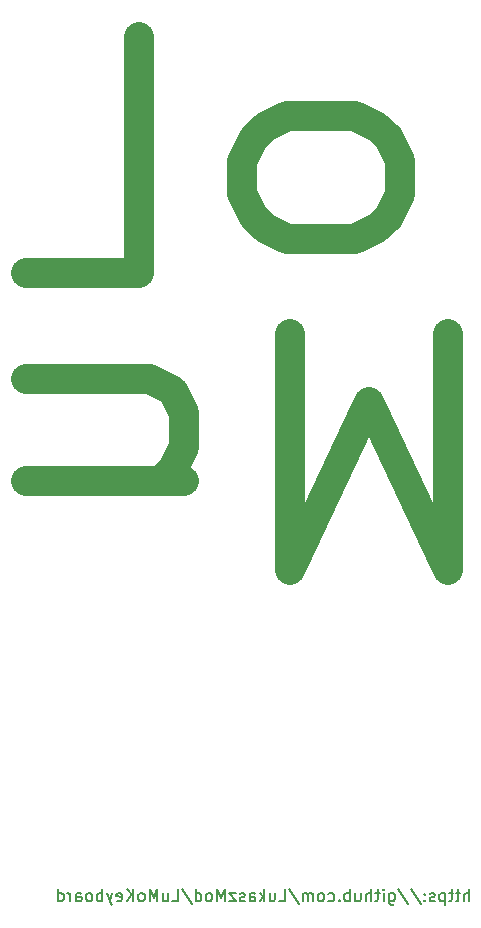
<source format=gbr>
%TF.GenerationSoftware,KiCad,Pcbnew,9.0.2+dfsg-1*%
%TF.CreationDate,2025-11-16T22:45:13+01:00*%
%TF.ProjectId,LuMo_bottom,4c754d6f-5f62-46f7-9474-6f6d2e6b6963,rev?*%
%TF.SameCoordinates,Original*%
%TF.FileFunction,Legend,Bot*%
%TF.FilePolarity,Positive*%
%FSLAX46Y46*%
G04 Gerber Fmt 4.6, Leading zero omitted, Abs format (unit mm)*
G04 Created by KiCad (PCBNEW 9.0.2+dfsg-1) date 2025-11-16 22:45:13*
%MOMM*%
%LPD*%
G01*
G04 APERTURE LIST*
%ADD10C,2.500000*%
%ADD11C,0.150000*%
G04 APERTURE END LIST*
D10*
X94289047Y-104978069D02*
X107622380Y-104978069D01*
X94289047Y-96406640D02*
X104765238Y-96406640D01*
X104765238Y-96406640D02*
X106670000Y-97359021D01*
X106670000Y-97359021D02*
X107622380Y-99263783D01*
X107622380Y-99263783D02*
X107622380Y-102120926D01*
X107622380Y-102120926D02*
X106670000Y-104025688D01*
X106670000Y-104025688D02*
X105717619Y-104978069D01*
X112577619Y-80736216D02*
X113530000Y-82640978D01*
X113530000Y-82640978D02*
X114482380Y-83593359D01*
X114482380Y-83593359D02*
X116387142Y-84545740D01*
X116387142Y-84545740D02*
X122101428Y-84545740D01*
X122101428Y-84545740D02*
X124006190Y-83593359D01*
X124006190Y-83593359D02*
X124958571Y-82640978D01*
X124958571Y-82640978D02*
X125910952Y-80736216D01*
X125910952Y-80736216D02*
X125910952Y-77879073D01*
X125910952Y-77879073D02*
X124958571Y-75974311D01*
X124958571Y-75974311D02*
X124006190Y-75021930D01*
X124006190Y-75021930D02*
X122101428Y-74069549D01*
X122101428Y-74069549D02*
X116387142Y-74069549D01*
X116387142Y-74069549D02*
X114482380Y-75021930D01*
X114482380Y-75021930D02*
X113530000Y-75974311D01*
X113530000Y-75974311D02*
X112577619Y-77879073D01*
X112577619Y-77879073D02*
X112577619Y-80736216D01*
X94269549Y-87422380D02*
X103793359Y-87422380D01*
X103793359Y-87422380D02*
X103793359Y-67422380D01*
D11*
X131763220Y-140569819D02*
X131763220Y-139569819D01*
X131334649Y-140569819D02*
X131334649Y-140046009D01*
X131334649Y-140046009D02*
X131382268Y-139950771D01*
X131382268Y-139950771D02*
X131477506Y-139903152D01*
X131477506Y-139903152D02*
X131620363Y-139903152D01*
X131620363Y-139903152D02*
X131715601Y-139950771D01*
X131715601Y-139950771D02*
X131763220Y-139998390D01*
X131001315Y-139903152D02*
X130620363Y-139903152D01*
X130858458Y-139569819D02*
X130858458Y-140426961D01*
X130858458Y-140426961D02*
X130810839Y-140522200D01*
X130810839Y-140522200D02*
X130715601Y-140569819D01*
X130715601Y-140569819D02*
X130620363Y-140569819D01*
X130429886Y-139903152D02*
X130048934Y-139903152D01*
X130287029Y-139569819D02*
X130287029Y-140426961D01*
X130287029Y-140426961D02*
X130239410Y-140522200D01*
X130239410Y-140522200D02*
X130144172Y-140569819D01*
X130144172Y-140569819D02*
X130048934Y-140569819D01*
X129715600Y-139903152D02*
X129715600Y-140903152D01*
X129715600Y-139950771D02*
X129620362Y-139903152D01*
X129620362Y-139903152D02*
X129429886Y-139903152D01*
X129429886Y-139903152D02*
X129334648Y-139950771D01*
X129334648Y-139950771D02*
X129287029Y-139998390D01*
X129287029Y-139998390D02*
X129239410Y-140093628D01*
X129239410Y-140093628D02*
X129239410Y-140379342D01*
X129239410Y-140379342D02*
X129287029Y-140474580D01*
X129287029Y-140474580D02*
X129334648Y-140522200D01*
X129334648Y-140522200D02*
X129429886Y-140569819D01*
X129429886Y-140569819D02*
X129620362Y-140569819D01*
X129620362Y-140569819D02*
X129715600Y-140522200D01*
X128858457Y-140522200D02*
X128763219Y-140569819D01*
X128763219Y-140569819D02*
X128572743Y-140569819D01*
X128572743Y-140569819D02*
X128477505Y-140522200D01*
X128477505Y-140522200D02*
X128429886Y-140426961D01*
X128429886Y-140426961D02*
X128429886Y-140379342D01*
X128429886Y-140379342D02*
X128477505Y-140284104D01*
X128477505Y-140284104D02*
X128572743Y-140236485D01*
X128572743Y-140236485D02*
X128715600Y-140236485D01*
X128715600Y-140236485D02*
X128810838Y-140188866D01*
X128810838Y-140188866D02*
X128858457Y-140093628D01*
X128858457Y-140093628D02*
X128858457Y-140046009D01*
X128858457Y-140046009D02*
X128810838Y-139950771D01*
X128810838Y-139950771D02*
X128715600Y-139903152D01*
X128715600Y-139903152D02*
X128572743Y-139903152D01*
X128572743Y-139903152D02*
X128477505Y-139950771D01*
X128001314Y-140474580D02*
X127953695Y-140522200D01*
X127953695Y-140522200D02*
X128001314Y-140569819D01*
X128001314Y-140569819D02*
X128048933Y-140522200D01*
X128048933Y-140522200D02*
X128001314Y-140474580D01*
X128001314Y-140474580D02*
X128001314Y-140569819D01*
X128001314Y-139950771D02*
X127953695Y-139998390D01*
X127953695Y-139998390D02*
X128001314Y-140046009D01*
X128001314Y-140046009D02*
X128048933Y-139998390D01*
X128048933Y-139998390D02*
X128001314Y-139950771D01*
X128001314Y-139950771D02*
X128001314Y-140046009D01*
X126810839Y-139522200D02*
X127667981Y-140807914D01*
X125763220Y-139522200D02*
X126620362Y-140807914D01*
X125001315Y-139903152D02*
X125001315Y-140712676D01*
X125001315Y-140712676D02*
X125048934Y-140807914D01*
X125048934Y-140807914D02*
X125096553Y-140855533D01*
X125096553Y-140855533D02*
X125191791Y-140903152D01*
X125191791Y-140903152D02*
X125334648Y-140903152D01*
X125334648Y-140903152D02*
X125429886Y-140855533D01*
X125001315Y-140522200D02*
X125096553Y-140569819D01*
X125096553Y-140569819D02*
X125287029Y-140569819D01*
X125287029Y-140569819D02*
X125382267Y-140522200D01*
X125382267Y-140522200D02*
X125429886Y-140474580D01*
X125429886Y-140474580D02*
X125477505Y-140379342D01*
X125477505Y-140379342D02*
X125477505Y-140093628D01*
X125477505Y-140093628D02*
X125429886Y-139998390D01*
X125429886Y-139998390D02*
X125382267Y-139950771D01*
X125382267Y-139950771D02*
X125287029Y-139903152D01*
X125287029Y-139903152D02*
X125096553Y-139903152D01*
X125096553Y-139903152D02*
X125001315Y-139950771D01*
X124525124Y-140569819D02*
X124525124Y-139903152D01*
X124525124Y-139569819D02*
X124572743Y-139617438D01*
X124572743Y-139617438D02*
X124525124Y-139665057D01*
X124525124Y-139665057D02*
X124477505Y-139617438D01*
X124477505Y-139617438D02*
X124525124Y-139569819D01*
X124525124Y-139569819D02*
X124525124Y-139665057D01*
X124191791Y-139903152D02*
X123810839Y-139903152D01*
X124048934Y-139569819D02*
X124048934Y-140426961D01*
X124048934Y-140426961D02*
X124001315Y-140522200D01*
X124001315Y-140522200D02*
X123906077Y-140569819D01*
X123906077Y-140569819D02*
X123810839Y-140569819D01*
X123477505Y-140569819D02*
X123477505Y-139569819D01*
X123048934Y-140569819D02*
X123048934Y-140046009D01*
X123048934Y-140046009D02*
X123096553Y-139950771D01*
X123096553Y-139950771D02*
X123191791Y-139903152D01*
X123191791Y-139903152D02*
X123334648Y-139903152D01*
X123334648Y-139903152D02*
X123429886Y-139950771D01*
X123429886Y-139950771D02*
X123477505Y-139998390D01*
X122144172Y-139903152D02*
X122144172Y-140569819D01*
X122572743Y-139903152D02*
X122572743Y-140426961D01*
X122572743Y-140426961D02*
X122525124Y-140522200D01*
X122525124Y-140522200D02*
X122429886Y-140569819D01*
X122429886Y-140569819D02*
X122287029Y-140569819D01*
X122287029Y-140569819D02*
X122191791Y-140522200D01*
X122191791Y-140522200D02*
X122144172Y-140474580D01*
X121667981Y-140569819D02*
X121667981Y-139569819D01*
X121667981Y-139950771D02*
X121572743Y-139903152D01*
X121572743Y-139903152D02*
X121382267Y-139903152D01*
X121382267Y-139903152D02*
X121287029Y-139950771D01*
X121287029Y-139950771D02*
X121239410Y-139998390D01*
X121239410Y-139998390D02*
X121191791Y-140093628D01*
X121191791Y-140093628D02*
X121191791Y-140379342D01*
X121191791Y-140379342D02*
X121239410Y-140474580D01*
X121239410Y-140474580D02*
X121287029Y-140522200D01*
X121287029Y-140522200D02*
X121382267Y-140569819D01*
X121382267Y-140569819D02*
X121572743Y-140569819D01*
X121572743Y-140569819D02*
X121667981Y-140522200D01*
X120763219Y-140474580D02*
X120715600Y-140522200D01*
X120715600Y-140522200D02*
X120763219Y-140569819D01*
X120763219Y-140569819D02*
X120810838Y-140522200D01*
X120810838Y-140522200D02*
X120763219Y-140474580D01*
X120763219Y-140474580D02*
X120763219Y-140569819D01*
X119858458Y-140522200D02*
X119953696Y-140569819D01*
X119953696Y-140569819D02*
X120144172Y-140569819D01*
X120144172Y-140569819D02*
X120239410Y-140522200D01*
X120239410Y-140522200D02*
X120287029Y-140474580D01*
X120287029Y-140474580D02*
X120334648Y-140379342D01*
X120334648Y-140379342D02*
X120334648Y-140093628D01*
X120334648Y-140093628D02*
X120287029Y-139998390D01*
X120287029Y-139998390D02*
X120239410Y-139950771D01*
X120239410Y-139950771D02*
X120144172Y-139903152D01*
X120144172Y-139903152D02*
X119953696Y-139903152D01*
X119953696Y-139903152D02*
X119858458Y-139950771D01*
X119287029Y-140569819D02*
X119382267Y-140522200D01*
X119382267Y-140522200D02*
X119429886Y-140474580D01*
X119429886Y-140474580D02*
X119477505Y-140379342D01*
X119477505Y-140379342D02*
X119477505Y-140093628D01*
X119477505Y-140093628D02*
X119429886Y-139998390D01*
X119429886Y-139998390D02*
X119382267Y-139950771D01*
X119382267Y-139950771D02*
X119287029Y-139903152D01*
X119287029Y-139903152D02*
X119144172Y-139903152D01*
X119144172Y-139903152D02*
X119048934Y-139950771D01*
X119048934Y-139950771D02*
X119001315Y-139998390D01*
X119001315Y-139998390D02*
X118953696Y-140093628D01*
X118953696Y-140093628D02*
X118953696Y-140379342D01*
X118953696Y-140379342D02*
X119001315Y-140474580D01*
X119001315Y-140474580D02*
X119048934Y-140522200D01*
X119048934Y-140522200D02*
X119144172Y-140569819D01*
X119144172Y-140569819D02*
X119287029Y-140569819D01*
X118525124Y-140569819D02*
X118525124Y-139903152D01*
X118525124Y-139998390D02*
X118477505Y-139950771D01*
X118477505Y-139950771D02*
X118382267Y-139903152D01*
X118382267Y-139903152D02*
X118239410Y-139903152D01*
X118239410Y-139903152D02*
X118144172Y-139950771D01*
X118144172Y-139950771D02*
X118096553Y-140046009D01*
X118096553Y-140046009D02*
X118096553Y-140569819D01*
X118096553Y-140046009D02*
X118048934Y-139950771D01*
X118048934Y-139950771D02*
X117953696Y-139903152D01*
X117953696Y-139903152D02*
X117810839Y-139903152D01*
X117810839Y-139903152D02*
X117715600Y-139950771D01*
X117715600Y-139950771D02*
X117667981Y-140046009D01*
X117667981Y-140046009D02*
X117667981Y-140569819D01*
X116477506Y-139522200D02*
X117334648Y-140807914D01*
X115667982Y-140569819D02*
X116144172Y-140569819D01*
X116144172Y-140569819D02*
X116144172Y-139569819D01*
X114906077Y-139903152D02*
X114906077Y-140569819D01*
X115334648Y-139903152D02*
X115334648Y-140426961D01*
X115334648Y-140426961D02*
X115287029Y-140522200D01*
X115287029Y-140522200D02*
X115191791Y-140569819D01*
X115191791Y-140569819D02*
X115048934Y-140569819D01*
X115048934Y-140569819D02*
X114953696Y-140522200D01*
X114953696Y-140522200D02*
X114906077Y-140474580D01*
X114429886Y-140569819D02*
X114429886Y-139569819D01*
X114334648Y-140188866D02*
X114048934Y-140569819D01*
X114048934Y-139903152D02*
X114429886Y-140284104D01*
X113191791Y-140569819D02*
X113191791Y-140046009D01*
X113191791Y-140046009D02*
X113239410Y-139950771D01*
X113239410Y-139950771D02*
X113334648Y-139903152D01*
X113334648Y-139903152D02*
X113525124Y-139903152D01*
X113525124Y-139903152D02*
X113620362Y-139950771D01*
X113191791Y-140522200D02*
X113287029Y-140569819D01*
X113287029Y-140569819D02*
X113525124Y-140569819D01*
X113525124Y-140569819D02*
X113620362Y-140522200D01*
X113620362Y-140522200D02*
X113667981Y-140426961D01*
X113667981Y-140426961D02*
X113667981Y-140331723D01*
X113667981Y-140331723D02*
X113620362Y-140236485D01*
X113620362Y-140236485D02*
X113525124Y-140188866D01*
X113525124Y-140188866D02*
X113287029Y-140188866D01*
X113287029Y-140188866D02*
X113191791Y-140141247D01*
X112763219Y-140522200D02*
X112667981Y-140569819D01*
X112667981Y-140569819D02*
X112477505Y-140569819D01*
X112477505Y-140569819D02*
X112382267Y-140522200D01*
X112382267Y-140522200D02*
X112334648Y-140426961D01*
X112334648Y-140426961D02*
X112334648Y-140379342D01*
X112334648Y-140379342D02*
X112382267Y-140284104D01*
X112382267Y-140284104D02*
X112477505Y-140236485D01*
X112477505Y-140236485D02*
X112620362Y-140236485D01*
X112620362Y-140236485D02*
X112715600Y-140188866D01*
X112715600Y-140188866D02*
X112763219Y-140093628D01*
X112763219Y-140093628D02*
X112763219Y-140046009D01*
X112763219Y-140046009D02*
X112715600Y-139950771D01*
X112715600Y-139950771D02*
X112620362Y-139903152D01*
X112620362Y-139903152D02*
X112477505Y-139903152D01*
X112477505Y-139903152D02*
X112382267Y-139950771D01*
X112001314Y-139903152D02*
X111477505Y-139903152D01*
X111477505Y-139903152D02*
X112001314Y-140569819D01*
X112001314Y-140569819D02*
X111477505Y-140569819D01*
X111096552Y-140569819D02*
X111096552Y-139569819D01*
X111096552Y-139569819D02*
X110763219Y-140284104D01*
X110763219Y-140284104D02*
X110429886Y-139569819D01*
X110429886Y-139569819D02*
X110429886Y-140569819D01*
X109810838Y-140569819D02*
X109906076Y-140522200D01*
X109906076Y-140522200D02*
X109953695Y-140474580D01*
X109953695Y-140474580D02*
X110001314Y-140379342D01*
X110001314Y-140379342D02*
X110001314Y-140093628D01*
X110001314Y-140093628D02*
X109953695Y-139998390D01*
X109953695Y-139998390D02*
X109906076Y-139950771D01*
X109906076Y-139950771D02*
X109810838Y-139903152D01*
X109810838Y-139903152D02*
X109667981Y-139903152D01*
X109667981Y-139903152D02*
X109572743Y-139950771D01*
X109572743Y-139950771D02*
X109525124Y-139998390D01*
X109525124Y-139998390D02*
X109477505Y-140093628D01*
X109477505Y-140093628D02*
X109477505Y-140379342D01*
X109477505Y-140379342D02*
X109525124Y-140474580D01*
X109525124Y-140474580D02*
X109572743Y-140522200D01*
X109572743Y-140522200D02*
X109667981Y-140569819D01*
X109667981Y-140569819D02*
X109810838Y-140569819D01*
X108620362Y-140569819D02*
X108620362Y-139569819D01*
X108620362Y-140522200D02*
X108715600Y-140569819D01*
X108715600Y-140569819D02*
X108906076Y-140569819D01*
X108906076Y-140569819D02*
X109001314Y-140522200D01*
X109001314Y-140522200D02*
X109048933Y-140474580D01*
X109048933Y-140474580D02*
X109096552Y-140379342D01*
X109096552Y-140379342D02*
X109096552Y-140093628D01*
X109096552Y-140093628D02*
X109048933Y-139998390D01*
X109048933Y-139998390D02*
X109001314Y-139950771D01*
X109001314Y-139950771D02*
X108906076Y-139903152D01*
X108906076Y-139903152D02*
X108715600Y-139903152D01*
X108715600Y-139903152D02*
X108620362Y-139950771D01*
X107429886Y-139522200D02*
X108287028Y-140807914D01*
X106620362Y-140569819D02*
X107096552Y-140569819D01*
X107096552Y-140569819D02*
X107096552Y-139569819D01*
X105858457Y-139903152D02*
X105858457Y-140569819D01*
X106287028Y-139903152D02*
X106287028Y-140426961D01*
X106287028Y-140426961D02*
X106239409Y-140522200D01*
X106239409Y-140522200D02*
X106144171Y-140569819D01*
X106144171Y-140569819D02*
X106001314Y-140569819D01*
X106001314Y-140569819D02*
X105906076Y-140522200D01*
X105906076Y-140522200D02*
X105858457Y-140474580D01*
X105382266Y-140569819D02*
X105382266Y-139569819D01*
X105382266Y-139569819D02*
X105048933Y-140284104D01*
X105048933Y-140284104D02*
X104715600Y-139569819D01*
X104715600Y-139569819D02*
X104715600Y-140569819D01*
X104096552Y-140569819D02*
X104191790Y-140522200D01*
X104191790Y-140522200D02*
X104239409Y-140474580D01*
X104239409Y-140474580D02*
X104287028Y-140379342D01*
X104287028Y-140379342D02*
X104287028Y-140093628D01*
X104287028Y-140093628D02*
X104239409Y-139998390D01*
X104239409Y-139998390D02*
X104191790Y-139950771D01*
X104191790Y-139950771D02*
X104096552Y-139903152D01*
X104096552Y-139903152D02*
X103953695Y-139903152D01*
X103953695Y-139903152D02*
X103858457Y-139950771D01*
X103858457Y-139950771D02*
X103810838Y-139998390D01*
X103810838Y-139998390D02*
X103763219Y-140093628D01*
X103763219Y-140093628D02*
X103763219Y-140379342D01*
X103763219Y-140379342D02*
X103810838Y-140474580D01*
X103810838Y-140474580D02*
X103858457Y-140522200D01*
X103858457Y-140522200D02*
X103953695Y-140569819D01*
X103953695Y-140569819D02*
X104096552Y-140569819D01*
X103334647Y-140569819D02*
X103334647Y-139569819D01*
X102763219Y-140569819D02*
X103191790Y-139998390D01*
X102763219Y-139569819D02*
X103334647Y-140141247D01*
X101953695Y-140522200D02*
X102048933Y-140569819D01*
X102048933Y-140569819D02*
X102239409Y-140569819D01*
X102239409Y-140569819D02*
X102334647Y-140522200D01*
X102334647Y-140522200D02*
X102382266Y-140426961D01*
X102382266Y-140426961D02*
X102382266Y-140046009D01*
X102382266Y-140046009D02*
X102334647Y-139950771D01*
X102334647Y-139950771D02*
X102239409Y-139903152D01*
X102239409Y-139903152D02*
X102048933Y-139903152D01*
X102048933Y-139903152D02*
X101953695Y-139950771D01*
X101953695Y-139950771D02*
X101906076Y-140046009D01*
X101906076Y-140046009D02*
X101906076Y-140141247D01*
X101906076Y-140141247D02*
X102382266Y-140236485D01*
X101572742Y-139903152D02*
X101334647Y-140569819D01*
X101096552Y-139903152D02*
X101334647Y-140569819D01*
X101334647Y-140569819D02*
X101429885Y-140807914D01*
X101429885Y-140807914D02*
X101477504Y-140855533D01*
X101477504Y-140855533D02*
X101572742Y-140903152D01*
X100715599Y-140569819D02*
X100715599Y-139569819D01*
X100715599Y-139950771D02*
X100620361Y-139903152D01*
X100620361Y-139903152D02*
X100429885Y-139903152D01*
X100429885Y-139903152D02*
X100334647Y-139950771D01*
X100334647Y-139950771D02*
X100287028Y-139998390D01*
X100287028Y-139998390D02*
X100239409Y-140093628D01*
X100239409Y-140093628D02*
X100239409Y-140379342D01*
X100239409Y-140379342D02*
X100287028Y-140474580D01*
X100287028Y-140474580D02*
X100334647Y-140522200D01*
X100334647Y-140522200D02*
X100429885Y-140569819D01*
X100429885Y-140569819D02*
X100620361Y-140569819D01*
X100620361Y-140569819D02*
X100715599Y-140522200D01*
X99667980Y-140569819D02*
X99763218Y-140522200D01*
X99763218Y-140522200D02*
X99810837Y-140474580D01*
X99810837Y-140474580D02*
X99858456Y-140379342D01*
X99858456Y-140379342D02*
X99858456Y-140093628D01*
X99858456Y-140093628D02*
X99810837Y-139998390D01*
X99810837Y-139998390D02*
X99763218Y-139950771D01*
X99763218Y-139950771D02*
X99667980Y-139903152D01*
X99667980Y-139903152D02*
X99525123Y-139903152D01*
X99525123Y-139903152D02*
X99429885Y-139950771D01*
X99429885Y-139950771D02*
X99382266Y-139998390D01*
X99382266Y-139998390D02*
X99334647Y-140093628D01*
X99334647Y-140093628D02*
X99334647Y-140379342D01*
X99334647Y-140379342D02*
X99382266Y-140474580D01*
X99382266Y-140474580D02*
X99429885Y-140522200D01*
X99429885Y-140522200D02*
X99525123Y-140569819D01*
X99525123Y-140569819D02*
X99667980Y-140569819D01*
X98477504Y-140569819D02*
X98477504Y-140046009D01*
X98477504Y-140046009D02*
X98525123Y-139950771D01*
X98525123Y-139950771D02*
X98620361Y-139903152D01*
X98620361Y-139903152D02*
X98810837Y-139903152D01*
X98810837Y-139903152D02*
X98906075Y-139950771D01*
X98477504Y-140522200D02*
X98572742Y-140569819D01*
X98572742Y-140569819D02*
X98810837Y-140569819D01*
X98810837Y-140569819D02*
X98906075Y-140522200D01*
X98906075Y-140522200D02*
X98953694Y-140426961D01*
X98953694Y-140426961D02*
X98953694Y-140331723D01*
X98953694Y-140331723D02*
X98906075Y-140236485D01*
X98906075Y-140236485D02*
X98810837Y-140188866D01*
X98810837Y-140188866D02*
X98572742Y-140188866D01*
X98572742Y-140188866D02*
X98477504Y-140141247D01*
X98001313Y-140569819D02*
X98001313Y-139903152D01*
X98001313Y-140093628D02*
X97953694Y-139998390D01*
X97953694Y-139998390D02*
X97906075Y-139950771D01*
X97906075Y-139950771D02*
X97810837Y-139903152D01*
X97810837Y-139903152D02*
X97715599Y-139903152D01*
X96953694Y-140569819D02*
X96953694Y-139569819D01*
X96953694Y-140522200D02*
X97048932Y-140569819D01*
X97048932Y-140569819D02*
X97239408Y-140569819D01*
X97239408Y-140569819D02*
X97334646Y-140522200D01*
X97334646Y-140522200D02*
X97382265Y-140474580D01*
X97382265Y-140474580D02*
X97429884Y-140379342D01*
X97429884Y-140379342D02*
X97429884Y-140093628D01*
X97429884Y-140093628D02*
X97382265Y-139998390D01*
X97382265Y-139998390D02*
X97334646Y-139950771D01*
X97334646Y-139950771D02*
X97239408Y-139903152D01*
X97239408Y-139903152D02*
X97048932Y-139903152D01*
X97048932Y-139903152D02*
X96953694Y-139950771D01*
D10*
X116606640Y-92577619D02*
X116606640Y-112577619D01*
X116606640Y-112577619D02*
X123273307Y-98291904D01*
X123273307Y-98291904D02*
X129939974Y-112577619D01*
X129939974Y-112577619D02*
X129939974Y-92577619D01*
M02*

</source>
